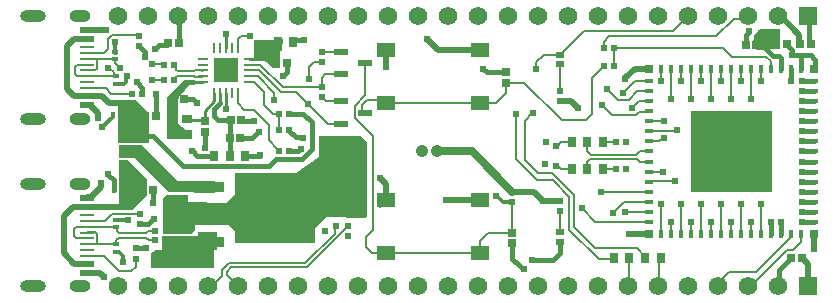
<source format=gtl>
G04*
G04 #@! TF.GenerationSoftware,Altium Limited,Altium Designer,24.5.2 (23)*
G04*
G04 Layer_Physical_Order=1*
G04 Layer_Color=255*
%FSLAX25Y25*%
%MOIN*%
G70*
G04*
G04 #@! TF.SameCoordinates,6FD9FAEC-A83E-4B3B-B3E8-2A74EE2DE8EE*
G04*
G04*
G04 #@! TF.FilePolarity,Positive*
G04*
G01*
G75*
%ADD11C,0.00600*%
G04:AMPARAMS|DCode=15|XSize=23.23mil|YSize=24.02mil|CornerRadius=1.74mil|HoleSize=0mil|Usage=FLASHONLY|Rotation=270.000|XOffset=0mil|YOffset=0mil|HoleType=Round|Shape=RoundedRectangle|*
%AMROUNDEDRECTD15*
21,1,0.02323,0.02053,0,0,270.0*
21,1,0.01974,0.02402,0,0,270.0*
1,1,0.00348,-0.01027,-0.00987*
1,1,0.00348,-0.01027,0.00987*
1,1,0.00348,0.01027,0.00987*
1,1,0.00348,0.01027,-0.00987*
%
%ADD15ROUNDEDRECTD15*%
%ADD16R,0.08465X0.03740*%
%ADD17R,0.08465X0.12795*%
%ADD18R,0.08100X0.08100*%
%ADD19R,0.03600X0.01000*%
%ADD20R,0.01000X0.03600*%
%ADD21R,0.04724X0.04724*%
%ADD22R,0.03150X0.01575*%
%ADD23R,0.01575X0.03150*%
%ADD24R,0.03150X0.03150*%
%ADD25R,0.06100X0.05100*%
%ADD26R,0.02756X0.03543*%
%ADD27R,0.02362X0.02126*%
%ADD28R,0.02126X0.02362*%
%ADD29R,0.03543X0.02756*%
%ADD30R,0.04800X0.02200*%
%ADD31R,0.04528X0.01073*%
%ADD32R,0.04528X0.02223*%
%ADD33R,0.02400X0.01600*%
%ADD34R,0.01600X0.02400*%
G04:AMPARAMS|DCode=35|XSize=25.2mil|YSize=28.35mil|CornerRadius=3.15mil|HoleSize=0mil|Usage=FLASHONLY|Rotation=270.000|XOffset=0mil|YOffset=0mil|HoleType=Round|Shape=RoundedRectangle|*
%AMROUNDEDRECTD35*
21,1,0.02520,0.02205,0,0,270.0*
21,1,0.01890,0.02835,0,0,270.0*
1,1,0.00630,-0.01102,-0.00945*
1,1,0.00630,-0.01102,0.00945*
1,1,0.00630,0.01102,0.00945*
1,1,0.00630,0.01102,-0.00945*
%
%ADD35ROUNDEDRECTD35*%
G04:AMPARAMS|DCode=36|XSize=25.2mil|YSize=28.35mil|CornerRadius=3.15mil|HoleSize=0mil|Usage=FLASHONLY|Rotation=180.000|XOffset=0mil|YOffset=0mil|HoleType=Round|Shape=RoundedRectangle|*
%AMROUNDEDRECTD36*
21,1,0.02520,0.02205,0,0,180.0*
21,1,0.01890,0.02835,0,0,180.0*
1,1,0.00630,-0.00945,0.01102*
1,1,0.00630,0.00945,0.01102*
1,1,0.00630,0.00945,-0.01102*
1,1,0.00630,-0.00945,-0.01102*
%
%ADD36ROUNDEDRECTD36*%
%ADD52C,0.04200*%
%ADD55R,0.06200X0.06200*%
%ADD56C,0.06200*%
%ADD57R,0.01575X0.01575*%
%ADD58C,0.01500*%
%ADD59C,0.02000*%
%ADD60C,0.00603*%
%ADD61C,0.01200*%
%ADD62C,0.01001*%
%ADD63C,0.02500*%
%ADD64O,0.08661X0.03937*%
%ADD65O,0.07087X0.03937*%
%ADD66C,0.02400*%
G36*
X255800Y89100D02*
Y84000D01*
X246400D01*
Y86800D01*
X247000Y87200D01*
Y88700D01*
X249200Y90900D01*
X255800D01*
Y89100D01*
D02*
G37*
G36*
X89800Y83500D02*
X89200D01*
Y79400D01*
Y77956D01*
X86714D01*
X84600Y79700D01*
X84000Y80300D01*
X80500D01*
Y86100D01*
Y87100D01*
X87000D01*
Y88297D01*
X89800D01*
Y83500D01*
D02*
G37*
G36*
X60063Y72200D02*
X58600D01*
X55731Y69331D01*
X55628Y69262D01*
X55559Y69159D01*
X55200Y68800D01*
Y59700D01*
Y59200D01*
X57300Y57100D01*
X59800D01*
Y54300D01*
X51400Y54300D01*
X51400Y68000D01*
X57300Y73900D01*
X60063Y73900D01*
Y72200D01*
D02*
G37*
G36*
X45500Y62900D02*
Y52900D01*
X35041D01*
X35000Y53000D01*
Y67300D01*
X41100D01*
X45500Y62900D01*
D02*
G37*
G36*
X253000Y36500D02*
X226200D01*
Y63400D01*
X253000D01*
Y36500D01*
D02*
G37*
G36*
X54600Y40400D02*
X54900Y40100D01*
X55033Y40000D01*
X67300D01*
Y36100D01*
X60600D01*
X60200Y36500D01*
X52100D01*
X40700Y47900D01*
X35300D01*
Y52100D01*
X42900D01*
X54600Y40400D01*
D02*
G37*
G36*
X118100Y52900D02*
X118100Y28377D01*
X117674Y27954D01*
X104544Y28044D01*
X100838Y24338D01*
Y19338D01*
X74000D01*
Y23600D01*
X72100Y25500D01*
X60700Y25500D01*
Y23900D01*
X59400Y22600D01*
X50000D01*
Y34580D01*
X51372Y35600D01*
X58500D01*
Y33000D01*
X71260Y32983D01*
X74000Y35800D01*
Y42700D01*
X94591D01*
X102000Y48007D01*
X102000Y55000D01*
X116000D01*
X118100Y52900D01*
D02*
G37*
G36*
X44600Y40900D02*
Y35130D01*
X39677Y30345D01*
X35300D01*
Y47100D01*
X38400D01*
X44600Y40900D01*
D02*
G37*
G36*
X68000Y21800D02*
Y17000D01*
X67000D01*
Y11000D01*
X46000D01*
Y16042D01*
X47649Y17200D01*
X49800D01*
Y21700D01*
X61791D01*
Y23100D01*
X68000D01*
Y21800D01*
D02*
G37*
D11*
X103000Y83201D02*
X109470D01*
X98700Y74100D02*
Y78200D01*
X100299Y79799D01*
X194200Y17700D02*
X208035D01*
X210841Y14500D02*
Y14894D01*
X208035Y17700D02*
X210841Y14894D01*
X247729Y9800D02*
X259583Y21654D01*
X235000Y6100D02*
X238700Y9800D01*
X235000Y5000D02*
Y6100D01*
X238700Y9800D02*
X247729D01*
X259583Y21654D02*
Y22441D01*
X83700Y65506D02*
X86761Y62444D01*
X80537Y73063D02*
X83700Y69900D01*
Y65506D02*
Y69900D01*
X86761Y62444D02*
X88751D01*
X85326Y53773D02*
Y58674D01*
X88236Y50563D02*
X88799Y50000D01*
X85326Y53773D02*
X88236Y50863D01*
Y50563D02*
Y50863D01*
X80274Y63726D02*
X85326Y58674D01*
X78650Y73063D02*
X80537D01*
X245987Y5000D02*
X258004Y17017D01*
X245000Y5000D02*
X245987D01*
X258004Y17017D02*
X260017D01*
X183000Y60500D02*
X191000D01*
X170582Y72918D02*
X183000Y60500D01*
X164500Y72918D02*
X170582D01*
X167600Y47500D02*
X174700Y40400D01*
X167600Y47500D02*
Y62500D01*
X173100Y62800D02*
X173300D01*
X170600Y60300D02*
X173100Y62800D01*
X170600Y47300D02*
X175100Y42800D01*
X170600Y47300D02*
Y60300D01*
X179900Y42800D02*
X187100Y35600D01*
Y24800D02*
Y35600D01*
X175100Y42800D02*
X179900D01*
X180000Y40400D02*
X185500Y34900D01*
Y23950D02*
Y34900D01*
X174700Y40400D02*
X180000D01*
X185500Y23950D02*
X195450Y14000D01*
X187100Y24800D02*
X194200Y17700D01*
X198100Y70900D02*
X201800Y67200D01*
X205269D01*
X174500Y77500D02*
Y79700D01*
X177068Y82268D02*
X182500D01*
X174500Y79700D02*
X177068Y82268D01*
X196500Y65500D02*
X199800Y62200D01*
X208732Y66732D02*
X211945D01*
X206500Y64500D02*
X208732Y66732D01*
X94449Y69851D02*
X105090Y59210D01*
X109480D01*
X87132Y67368D02*
X87200Y67300D01*
X87132Y67368D02*
Y69631D01*
X81731Y75032D02*
X87132Y69631D01*
X74937Y87437D02*
X76100Y88600D01*
X79000D01*
X222772Y73543D02*
Y77559D01*
X196107Y36507D02*
X211838D01*
X196000Y36400D02*
X196107Y36507D01*
X211838D02*
X211945Y36614D01*
X260017Y17017D02*
X262929Y19929D01*
Y22441D01*
X117800Y18000D02*
Y21500D01*
X119658Y16142D02*
X124350D01*
X117800Y18000D02*
X119658Y16142D01*
X124350D02*
X155650D01*
X117800Y21500D02*
X120200Y23900D01*
Y55000D01*
X114000Y61200D02*
Y65263D01*
Y61200D02*
X120200Y55000D01*
X32800Y69300D02*
X39799D01*
X30998Y71102D02*
X32800Y69300D01*
X78650Y78969D02*
X82494D01*
X90012Y71451D01*
X103000D01*
X82200Y77000D02*
X89349Y69851D01*
X78650Y77000D02*
X82200D01*
X89349Y69851D02*
X94449D01*
X78650Y75032D02*
X81731D01*
X166500Y22882D02*
Y33099D01*
X189600Y31200D02*
X194225Y26575D01*
X211945D01*
X182500Y23134D02*
Y30057D01*
X200451Y84500D02*
X236900D01*
X251160Y81540D02*
X252602Y80098D01*
X236900Y84500D02*
X239860Y81540D01*
X251160D01*
X252602Y77846D02*
Y80098D01*
Y77846D02*
X252890Y77559D01*
X24764Y71102D02*
X30998D01*
X31700Y87453D02*
X33047Y88800D01*
X30413Y82913D02*
X31700Y84200D01*
Y87453D01*
X41700Y88800D02*
X42000Y88500D01*
X33047Y88800D02*
X41700D01*
X24764Y82913D02*
X30413D01*
X39500Y10000D02*
X41000Y11500D01*
Y13799D01*
X211945Y39961D02*
X212015Y40030D01*
X220830D01*
X220900Y40100D01*
X199563Y14000D02*
X200441Y14878D01*
Y14894D01*
X195450Y14000D02*
X199563D01*
X211945Y53347D02*
X215468D01*
X216621Y54500D01*
X217000D01*
X35573Y10000D02*
X39500D01*
X30455Y15118D02*
X35573Y10000D01*
X24764Y15118D02*
X30455D01*
X32994Y29300D02*
X42401D01*
X42500Y29201D01*
X30623Y26929D02*
X32994Y29300D01*
X24764Y26929D02*
X30623D01*
X158382Y22882D02*
X166500D01*
X155650Y20150D02*
X158382Y22882D01*
X155650Y16142D02*
Y20150D01*
X114000Y65263D02*
X117520Y68783D01*
Y79450D01*
X191000Y60500D02*
X193000Y62500D01*
X164500Y69500D02*
Y72000D01*
Y72918D01*
X193000Y62500D02*
Y74333D01*
X197049Y78382D02*
Y78500D01*
X193000Y74333D02*
X197049Y78382D01*
X161142Y66142D02*
X164500Y69500D01*
X155650Y66142D02*
X161142D01*
X124350D02*
X155650D01*
X123492Y67000D02*
X124350Y66142D01*
X118000Y67000D02*
X123492D01*
X116500Y65500D02*
X118000Y67000D01*
X117099Y62950D02*
X117520D01*
X116500Y63550D02*
X117099Y62950D01*
X116500Y63550D02*
Y65500D01*
X100299Y79799D02*
X103000D01*
X104477Y66690D02*
X109480D01*
X103118Y68049D02*
X104477Y66690D01*
X103000Y68049D02*
X103118D01*
X103000Y74500D02*
X104210Y75710D01*
X109480D01*
X103000Y71451D02*
Y74500D01*
X200451Y78500D02*
Y84500D01*
X197095Y84546D02*
Y86595D01*
X197049Y84500D02*
X197095Y84546D01*
Y86595D02*
X198900Y88400D01*
X234500D01*
X244300Y94300D02*
X245000Y95000D01*
X234500Y88400D02*
X240400Y94300D01*
X244300D01*
X211965Y60020D02*
X216980D01*
X74937Y84650D02*
Y87437D01*
X77226Y63726D02*
X80274D01*
X74937Y66015D02*
X77226Y63726D01*
X74937Y66015D02*
Y69350D01*
X88803Y57004D02*
Y62496D01*
X88799Y57000D02*
X88803Y57004D01*
Y62496D02*
X88807Y62500D01*
X215554Y5554D02*
Y14045D01*
X216109Y14600D01*
X215000Y5000D02*
X215554Y5554D01*
X205000Y5000D02*
X205279Y5280D01*
Y14220D02*
X205559Y14500D01*
X205279Y5280D02*
Y14220D01*
X182500Y82268D02*
X182539D01*
X212098Y56846D02*
X221346D01*
X211945Y56693D02*
X212098Y56846D01*
X221346D02*
X221500Y57000D01*
X211945Y60039D02*
X211965Y60020D01*
X199800Y62200D02*
X207759D01*
X208870Y63311D01*
X211870D02*
X211945Y63386D01*
X208870Y63311D02*
X211870D01*
X205269Y67200D02*
X208148Y70079D01*
X211945D01*
X203500Y69500D02*
X207425Y73425D01*
X211945D01*
X220000Y90000D02*
X225000Y95000D01*
X190272Y90000D02*
X220000D01*
X182539Y82268D02*
X190272Y90000D01*
X182500Y70193D02*
Y79000D01*
X200026Y29500D02*
X203794Y33268D01*
X200000Y29500D02*
X200026D01*
X204079Y29921D02*
X211945D01*
X216693Y43307D02*
X217000Y43000D01*
X211945Y43307D02*
X216693D01*
X203794Y33268D02*
X211945D01*
X246197Y67504D02*
Y77559D01*
X216079Y73543D02*
Y77559D01*
Y22441D02*
Y32496D01*
X249543Y22441D02*
Y32496D01*
X246197Y22441D02*
Y26457D01*
X242850Y22441D02*
Y32496D01*
X239504Y22441D02*
Y26457D01*
X236157Y22441D02*
Y32496D01*
X232811Y22441D02*
Y26457D01*
X229465Y22441D02*
Y32496D01*
X226118Y22441D02*
Y26457D01*
X222772Y22441D02*
Y32496D01*
X219425Y22441D02*
Y26457D01*
Y67504D02*
Y77559D01*
X229465Y73543D02*
Y77559D01*
X226118Y67504D02*
Y77559D01*
X236157Y73543D02*
Y77559D01*
X232811Y67504D02*
Y77559D01*
X239504Y67504D02*
Y77559D01*
X239500Y67500D02*
X239504Y67504D01*
X242850Y73543D02*
Y77559D01*
X249543Y73543D02*
Y77559D01*
X249500Y73500D02*
X249543Y73543D01*
D15*
X182500Y79000D02*
D03*
Y82268D02*
D03*
Y23134D02*
D03*
Y19866D02*
D03*
D16*
X66583Y38055D02*
D03*
Y29000D02*
D03*
Y19945D02*
D03*
D17*
X89417Y29000D02*
D03*
D18*
X71000Y77000D02*
D03*
D19*
X78650Y80937D02*
D03*
Y78969D02*
D03*
Y77000D02*
D03*
Y75032D02*
D03*
Y73063D02*
D03*
X63350D02*
D03*
Y75032D02*
D03*
Y77000D02*
D03*
Y78969D02*
D03*
Y80937D02*
D03*
D20*
X74937Y69350D02*
D03*
X72969D02*
D03*
X71000D02*
D03*
X69032D02*
D03*
X67063D02*
D03*
Y84650D02*
D03*
X69032D02*
D03*
X71000D02*
D03*
X72969D02*
D03*
X74937D02*
D03*
D21*
X239504Y56496D02*
D03*
X233008D02*
D03*
Y50000D02*
D03*
Y43504D02*
D03*
X239504D02*
D03*
X246000D02*
D03*
Y50000D02*
D03*
X239504D02*
D03*
D22*
X267063Y73425D02*
D03*
Y70079D02*
D03*
Y66732D02*
D03*
Y63386D02*
D03*
Y60039D02*
D03*
Y56693D02*
D03*
Y53347D02*
D03*
Y50000D02*
D03*
Y46654D02*
D03*
Y43307D02*
D03*
Y39961D02*
D03*
Y36614D02*
D03*
Y33268D02*
D03*
Y29921D02*
D03*
Y26575D02*
D03*
X211945D02*
D03*
Y29921D02*
D03*
Y33268D02*
D03*
Y36614D02*
D03*
Y39961D02*
D03*
Y43307D02*
D03*
Y46654D02*
D03*
Y50000D02*
D03*
Y53347D02*
D03*
Y56693D02*
D03*
Y60039D02*
D03*
Y63386D02*
D03*
Y66732D02*
D03*
Y70079D02*
D03*
Y73425D02*
D03*
D23*
X262929Y22441D02*
D03*
X259583D02*
D03*
X256236D02*
D03*
X252890D02*
D03*
X249543D02*
D03*
X246197D02*
D03*
X242850D02*
D03*
X239504D02*
D03*
X236157D02*
D03*
X232811D02*
D03*
X229465D02*
D03*
X226118D02*
D03*
X222772D02*
D03*
X219425D02*
D03*
X216079D02*
D03*
Y77559D02*
D03*
X219425D02*
D03*
X222772D02*
D03*
X226118D02*
D03*
X229465D02*
D03*
X232811D02*
D03*
X236157D02*
D03*
X239504D02*
D03*
X242850D02*
D03*
X246197D02*
D03*
X249543D02*
D03*
X252890D02*
D03*
X256236D02*
D03*
X259583D02*
D03*
X262929D02*
D03*
D24*
X211945Y22441D02*
D03*
X267063D02*
D03*
X211945Y77559D02*
D03*
X267063D02*
D03*
D25*
X124350Y83858D02*
D03*
X155650D02*
D03*
X124350Y66142D02*
D03*
X155650D02*
D03*
X124350Y33858D02*
D03*
X155650D02*
D03*
X124350Y16142D02*
D03*
X155650D02*
D03*
D26*
X191500Y44100D02*
D03*
X196618D02*
D03*
X191482Y53000D02*
D03*
X196600D02*
D03*
X191500Y44100D02*
D03*
X186382D02*
D03*
X191482Y53000D02*
D03*
X186364D02*
D03*
X210841Y14500D02*
D03*
X215959D02*
D03*
X200441D02*
D03*
X205559D02*
D03*
X77436Y48600D02*
D03*
X72318D02*
D03*
X67200D02*
D03*
X72318D02*
D03*
X93559Y86500D02*
D03*
X88441D02*
D03*
D27*
X166500Y33099D02*
D03*
Y36501D02*
D03*
X103000Y68049D02*
D03*
Y71451D02*
D03*
Y83201D02*
D03*
Y79799D02*
D03*
X42500Y25799D02*
D03*
Y29201D02*
D03*
X41000Y17701D02*
D03*
Y14299D02*
D03*
X42000Y85098D02*
D03*
Y88500D02*
D03*
X182500Y70193D02*
D03*
Y66807D02*
D03*
Y30057D02*
D03*
Y33443D02*
D03*
D28*
X200451Y78500D02*
D03*
X197049D02*
D03*
X200451Y84500D02*
D03*
X197049D02*
D03*
X43201Y69300D02*
D03*
X39799D02*
D03*
X53701Y73800D02*
D03*
X50299D02*
D03*
X53701Y78800D02*
D03*
X50299D02*
D03*
X88799Y50000D02*
D03*
X92201D02*
D03*
Y57000D02*
D03*
X88799D02*
D03*
X88807Y62500D02*
D03*
X92193D02*
D03*
D29*
X58000Y60809D02*
D03*
Y55691D02*
D03*
D30*
X109480Y66690D02*
D03*
Y59210D02*
D03*
X117520Y62950D02*
D03*
X109480Y83190D02*
D03*
Y75710D02*
D03*
X117520Y79450D02*
D03*
D31*
X24764Y28898D02*
D03*
Y15118D02*
D03*
Y17087D02*
D03*
Y26929D02*
D03*
Y24961D02*
D03*
Y19055D02*
D03*
Y21024D02*
D03*
Y22992D02*
D03*
Y84882D02*
D03*
Y71102D02*
D03*
Y73071D02*
D03*
Y82913D02*
D03*
Y80945D02*
D03*
Y75039D02*
D03*
Y77008D02*
D03*
Y78976D02*
D03*
D32*
Y34606D02*
D03*
Y31457D02*
D03*
Y12559D02*
D03*
Y9409D02*
D03*
Y90591D02*
D03*
Y87441D02*
D03*
Y68543D02*
D03*
Y65394D02*
D03*
D33*
X34500Y19100D02*
D03*
Y16600D02*
D03*
Y24750D02*
D03*
Y27250D02*
D03*
Y75000D02*
D03*
Y72500D02*
D03*
X34000Y80750D02*
D03*
Y83250D02*
D03*
D34*
X36150Y37000D02*
D03*
X33650D02*
D03*
X35850Y62000D02*
D03*
X33350D02*
D03*
D35*
X164500Y76382D02*
D03*
Y72918D02*
D03*
X166500Y19418D02*
D03*
Y22882D02*
D03*
X56000Y34268D02*
D03*
Y37732D02*
D03*
X51500Y23882D02*
D03*
Y20418D02*
D03*
X58000Y23882D02*
D03*
Y20418D02*
D03*
X64000Y56618D02*
D03*
Y60082D02*
D03*
D36*
X257932Y85800D02*
D03*
X254468D02*
D03*
X265932D02*
D03*
X262468D02*
D03*
X46732Y37000D02*
D03*
X43268D02*
D03*
X51918Y86000D02*
D03*
X55382D02*
D03*
X91332Y79400D02*
D03*
X87868D02*
D03*
X57232Y67500D02*
D03*
X53768D02*
D03*
X75732Y54500D02*
D03*
X72268D02*
D03*
X76232Y60500D02*
D03*
X72768D02*
D03*
X259535Y14500D02*
D03*
X263000D02*
D03*
X244268Y85500D02*
D03*
X247732D02*
D03*
X47632Y61700D02*
D03*
X44168D02*
D03*
D52*
X141500Y50000D02*
D03*
X136500D02*
D03*
X37500Y55000D02*
D03*
Y50000D02*
D03*
Y45000D02*
D03*
D55*
X265000Y5000D02*
D03*
Y95000D02*
D03*
D56*
X35000Y5000D02*
D03*
X45000D02*
D03*
X55000D02*
D03*
X65000D02*
D03*
X75000D02*
D03*
X85000D02*
D03*
X95000D02*
D03*
X105000D02*
D03*
X115000D02*
D03*
X125000D02*
D03*
X135000D02*
D03*
X145000D02*
D03*
X155000D02*
D03*
X165000D02*
D03*
X175000D02*
D03*
X185000D02*
D03*
X195000D02*
D03*
X205000D02*
D03*
X215000D02*
D03*
X225000D02*
D03*
X235000D02*
D03*
X245000D02*
D03*
X255000D02*
D03*
X35000Y95000D02*
D03*
X45000D02*
D03*
X55000D02*
D03*
X65000D02*
D03*
X75000D02*
D03*
X85000D02*
D03*
X95000D02*
D03*
X105000D02*
D03*
X115000D02*
D03*
X125000D02*
D03*
X135000D02*
D03*
X145000D02*
D03*
X155000D02*
D03*
X165000D02*
D03*
X175000D02*
D03*
X185000D02*
D03*
X195000D02*
D03*
X205000D02*
D03*
X215000D02*
D03*
X225000D02*
D03*
X235000D02*
D03*
X245000D02*
D03*
X255000D02*
D03*
D57*
X246000Y56496D02*
D03*
D58*
X90000Y75000D02*
X91332Y76332D01*
Y79400D01*
X94059Y87000D02*
X97000D01*
X93559Y86500D02*
X94059Y87000D01*
X88941Y86500D02*
Y87000D01*
X83000Y85500D02*
X83172Y85672D01*
X88441Y86300D02*
Y86500D01*
X83172Y85672D02*
X87813D01*
X88441Y86300D01*
X87868Y80990D02*
Y85033D01*
Y79400D02*
Y80990D01*
X84490D02*
X87868D01*
X47600Y69100D02*
X47716Y68984D01*
Y62367D02*
Y68984D01*
X47632Y62283D02*
X47716Y62367D01*
X47632Y61700D02*
Y62283D01*
X94411Y54672D02*
X96628D01*
X92201Y56882D02*
Y57000D01*
Y56882D02*
X94411Y54672D01*
X96628D02*
X96800Y54500D01*
X64100Y51300D02*
X64200Y51200D01*
X64000Y56618D02*
X64100Y56518D01*
Y51300D02*
Y56518D01*
X75732Y54500D02*
X76142D01*
X76242Y54600D01*
X79756D01*
X81757Y56600D01*
X82000D01*
X76232Y60500D02*
X76560Y60172D01*
X80228D01*
X80400Y60000D01*
X158061Y76382D02*
X164500D01*
X156843Y77600D02*
X158061Y76382D01*
X156600Y77600D02*
X156843D01*
X182500Y16200D02*
Y19866D01*
X180200Y13900D02*
X182500Y16200D01*
X173100Y13900D02*
X180200D01*
X170056Y10900D02*
X170300D01*
X166500Y14200D02*
X167561Y13139D01*
X167817D02*
X170056Y10900D01*
X167561Y13139D02*
X167817D01*
X166500Y14200D02*
Y19418D01*
X72268Y54500D02*
Y60000D01*
X72768Y60500D01*
X46732Y37000D02*
X46766Y36966D01*
Y32934D02*
Y36966D01*
Y32934D02*
X46800Y32900D01*
X99700Y50800D02*
Y59700D01*
X96369Y47469D02*
X97050Y48150D01*
X97056D02*
X98550Y49644D01*
Y49650D01*
X87669Y47469D02*
X96369D01*
X98550Y49650D02*
X99700Y50800D01*
X97050Y48150D02*
X97056D01*
X96900Y62500D02*
X99700Y59700D01*
X95056Y50000D02*
X95757Y50700D01*
X96000D01*
X92201Y50000D02*
X95056D01*
X56800Y45100D02*
X85300D01*
X87669Y47469D01*
X33650Y37000D02*
Y40507D01*
X31900Y42257D02*
X33650Y40507D01*
X31900Y42257D02*
Y42500D01*
X53768Y67500D02*
X54000Y67268D01*
Y59100D02*
Y67268D01*
X248242Y87999D02*
X249500Y89257D01*
Y89500D01*
X248242Y84833D02*
Y87999D01*
X256199Y77596D02*
Y81043D01*
X250567Y84833D02*
X253479Y81921D01*
X255320D01*
X256199Y81043D01*
X248242Y84833D02*
X250567D01*
X254534Y89634D02*
X254600Y89700D01*
X254534Y85866D02*
Y89634D01*
X254468Y85800D02*
X254534Y85866D01*
X256199Y77596D02*
X256236Y77559D01*
X259627Y82172D02*
Y83948D01*
X257932Y85642D02*
Y85800D01*
Y85642D02*
X259627Y83948D01*
Y82172D02*
X259799Y82000D01*
X257422Y86310D02*
X257932Y85800D01*
X259799Y82000D02*
X263000D01*
X265466Y86266D02*
Y94534D01*
Y86266D02*
X265932Y85800D01*
X265000Y95000D02*
X265466Y94534D01*
X244268Y88724D02*
X245300Y89757D01*
Y90000D01*
X244268Y85500D02*
Y88724D01*
X44300Y17700D02*
X44300Y17700D01*
X41000Y17701D02*
X41000Y17700D01*
X44300D01*
X54000Y59100D02*
X54197D01*
X57606Y55691D01*
X53734Y67466D02*
X54278Y68010D01*
X34000Y83250D02*
X34200D01*
X57606Y55691D02*
X58000D01*
X60144Y50000D02*
X61544Y48600D01*
X59900Y50000D02*
X60144D01*
X61544Y48600D02*
X67200D01*
X37500Y55000D02*
X46900D01*
X56800Y45100D01*
X82450Y48650D02*
X82500Y48700D01*
X77436Y48600D02*
X77486Y48650D01*
X82450D01*
X72293Y48625D02*
Y54475D01*
X72268Y54500D02*
X72293Y54475D01*
Y48625D02*
X72318Y48600D01*
X68379Y60500D02*
X72768D01*
X67000Y61879D02*
X68379Y60500D01*
X92193Y62500D02*
X96900D01*
X24764Y65394D02*
X25866D01*
X43969Y81531D02*
Y83247D01*
X42118Y85098D02*
X43969Y83247D01*
X41500Y73000D02*
X43201Y71299D01*
Y69000D02*
Y71299D01*
X45099Y25799D02*
X46800Y27500D01*
X47000D01*
X42500Y25799D02*
X45099D01*
X48833Y85333D02*
X51408D01*
X47500Y84000D02*
X48833Y85333D01*
X51918Y85843D02*
Y86000D01*
X51408Y85333D02*
X51918Y85843D01*
X55382Y86000D02*
Y94618D01*
X55000Y95000D02*
X55382Y94618D01*
X60000Y67500D02*
X61500Y66000D01*
X57232Y67500D02*
X60000D01*
X54278Y68010D02*
Y68947D01*
X58393Y73063D01*
X60063D01*
X67000Y61879D02*
Y64000D01*
X69000Y66000D01*
X267000Y17500D02*
X267063Y17563D01*
X255543Y10350D02*
X259535Y14343D01*
Y14500D01*
X255000Y5000D02*
X255543Y5543D01*
Y10350D01*
X262929Y77559D02*
Y81929D01*
X263000Y82000D02*
X266000D01*
X262929Y81929D02*
X263000Y82000D01*
X267063Y77559D02*
X267495Y77991D01*
Y80505D01*
X266000Y82000D02*
X267495Y80505D01*
X265000Y93728D02*
Y95000D01*
X259583Y73543D02*
Y77559D01*
X263047Y73425D02*
X267063D01*
X263047Y70079D02*
X267063D01*
X263047Y66732D02*
X267063D01*
X263047Y63386D02*
X267063D01*
X263047Y60039D02*
X267063D01*
X263047Y56693D02*
X267063D01*
X263047Y53347D02*
X267063D01*
X263047Y50000D02*
X267063D01*
X263047Y46654D02*
X267063D01*
X263047Y43307D02*
X267063D01*
X263047Y39961D02*
X267063D01*
X263047Y36614D02*
X267063D01*
X263047Y33268D02*
X267063D01*
X263047Y29921D02*
X267063D01*
X263047Y26575D02*
X267063D01*
X256236Y22441D02*
Y26457D01*
X252890Y22441D02*
Y26457D01*
D59*
X188402Y64500D02*
X188500D01*
X186158Y66744D02*
X188402Y64500D01*
X182563Y66744D02*
X186158D01*
X182500Y66807D02*
X182563Y66744D01*
X37457Y31457D02*
X39500Y33500D01*
X227502Y50002D02*
X233006D01*
X173899Y36501D02*
X176900Y33500D01*
X166500Y36501D02*
X173899D01*
X176928Y33472D02*
X182472D01*
X182500Y33443D01*
X176900Y33500D02*
X176928Y33472D01*
X144400Y33800D02*
X144458Y33858D01*
X155650D01*
X256000Y95000D02*
X262208Y88792D01*
X255000Y95000D02*
X256000D01*
X262208Y86060D02*
Y88792D01*
Y86060D02*
X262468Y85800D01*
X60000Y29000D02*
X66583D01*
X56000D02*
X60000D01*
X40400Y58495D02*
Y61850D01*
X37992Y66300D02*
X40400Y63892D01*
Y61850D02*
Y63892D01*
X37500Y55595D02*
X40400Y58495D01*
X37500Y55000D02*
Y55595D01*
X20441Y68543D02*
X24764D01*
X32000Y66300D02*
X37992D01*
X24764Y68543D02*
X29757D01*
X32000Y66300D01*
X18000Y85000D02*
X20441Y87441D01*
X18000Y70984D02*
X20441Y68543D01*
X18000Y70984D02*
Y85000D01*
X17000Y28328D02*
X20128Y31457D01*
X17000Y16000D02*
Y28328D01*
Y16000D02*
X20441Y12559D01*
Y87441D02*
X24764D01*
Y90591D02*
X24809Y90545D01*
X30955D02*
X31000Y90500D01*
X24809Y90545D02*
X30955D01*
X28424Y61076D02*
Y62836D01*
X25866Y65394D02*
X28424Y62836D01*
Y61076D02*
X28500Y61000D01*
X227504Y50000D02*
X227504D01*
X227450Y56500D02*
X227500D01*
X227502Y56498D02*
X233006D01*
X233008Y56496D01*
X227500Y56500D02*
X227502Y56498D01*
X124050Y33858D02*
X124350D01*
X122500Y32308D02*
X124050Y33858D01*
X124350D02*
Y39150D01*
X24764Y31457D02*
X37457D01*
X39500Y33500D02*
Y36616D01*
X20128Y31457D02*
X24764D01*
X20441Y12559D02*
X24764D01*
Y34606D02*
X24925Y34768D01*
X26028D02*
X29423Y38164D01*
Y39423D02*
X29500Y39500D01*
X24925Y34768D02*
X26028D01*
X29423Y38164D02*
Y39423D01*
X24764Y9409D02*
X29091D01*
X30500Y8000D01*
X51500Y20418D02*
X58000D01*
X51500Y15000D02*
Y20418D01*
X58394Y20181D02*
X66346D01*
X66583Y19945D01*
X51500Y29000D02*
X56000D01*
Y34268D01*
X51500Y23882D02*
Y29000D01*
X58000Y23882D02*
Y27892D01*
X89417Y29000D02*
X92417Y32000D01*
X97000D01*
X122500Y41000D02*
X124350Y39150D01*
Y78258D02*
Y83858D01*
X138000Y87500D02*
X141642Y83858D01*
X155650D01*
X204000Y74000D02*
Y74108D01*
X204576Y74685D02*
Y74765D01*
X204000Y74108D02*
X204576Y74685D01*
Y74765D02*
X207370Y77559D01*
X211945D01*
X205500Y22500D02*
X205559Y22441D01*
X211945D01*
X267063Y17563D02*
Y22441D01*
X265000Y5000D02*
Y12342D01*
X263000Y14343D02*
X265000Y12342D01*
X263000Y14343D02*
Y14500D01*
X246000Y56496D02*
X251504D01*
X239504D02*
Y62000D01*
X246000Y50000D02*
X251504D01*
X246000Y43504D02*
X251504D01*
X239504Y38000D02*
Y43504D01*
X227504D02*
X233008D01*
D60*
X54459Y77241D02*
Y78042D01*
Y77241D02*
X54983Y76717D01*
X53701Y78800D02*
X54459Y78042D01*
X54983Y76717D02*
X60317D01*
X97516Y12800D02*
X107350Y22634D01*
X69900Y10500D02*
X72200Y12800D01*
X71303Y9919D02*
X72781Y11397D01*
X98097D02*
X111900Y25200D01*
X72200Y12800D02*
X97516D01*
X72781Y11397D02*
X98097D01*
X71303Y8697D02*
Y9919D01*
X69900Y8400D02*
Y10500D01*
X66500Y5000D02*
X69900Y8400D01*
X71303Y8697D02*
X75000Y5000D01*
X107350Y22634D02*
Y24950D01*
X107600Y25200D01*
X21361Y78976D02*
X24764D01*
X20600Y75800D02*
X21361Y75039D01*
X24764D01*
X20600Y78216D02*
X21361Y78976D01*
X20600Y75800D02*
Y78216D01*
X33825Y75000D02*
Y75020D01*
X27999Y19086D02*
Y22563D01*
X27553Y23010D02*
X27999Y22563D01*
X24781Y23010D02*
X27553D01*
X24764Y22992D02*
X24781Y23010D01*
X24786Y19078D02*
X34478D01*
X33825Y75020D02*
Y76350D01*
Y75020D02*
X34480D01*
X24783D02*
X33825D01*
X34480D02*
X34500Y75000D01*
X24764Y75039D02*
X24783Y75020D01*
X32226Y77949D02*
X33825Y76350D01*
X28000Y80847D02*
X33903D01*
X24861D02*
X28000D01*
Y77500D02*
Y80847D01*
X27500Y77000D02*
X28000Y77500D01*
X24764Y77008D02*
X24772Y77000D01*
X27500D01*
X34000Y80750D02*
X34001Y80749D01*
X33903Y80847D02*
X34000Y80750D01*
X24764Y80945D02*
X24861Y80847D01*
X20400Y21784D02*
Y24200D01*
Y21784D02*
X21161Y21024D01*
X24764D01*
X21161Y24961D02*
X24764D01*
X20400Y24200D02*
X21161Y24961D01*
X34001Y79399D02*
X35600Y77800D01*
X34001Y79399D02*
Y80749D01*
X35600Y77800D02*
X35900D01*
X46500Y73800D02*
X50299D01*
X46300Y79000D02*
X50099D01*
X50299Y78800D01*
X55215Y75314D02*
X60386D01*
X60800Y74900D01*
X63218D01*
X63350Y75032D01*
X60317Y76717D02*
X60600Y77000D01*
X63350D01*
X63152Y76802D02*
X63350Y77000D01*
X54580Y74680D02*
X55215Y75314D01*
X53701Y73800D02*
Y73918D01*
X54462Y74680D01*
X54580D01*
X63152Y75230D02*
X63350Y75032D01*
X24869Y24855D02*
X34395D01*
X34500Y24750D01*
X24764Y24961D02*
X24869Y24855D01*
X24764Y19055D02*
X24786Y19078D01*
X34478D02*
X34500Y19100D01*
X35297Y21297D02*
X44403D01*
X34500Y20500D02*
X35297Y21297D01*
X34500Y19100D02*
Y20500D01*
X35300Y22700D02*
X44300D01*
X34500Y24750D02*
X34601Y24649D01*
Y23399D02*
Y24649D01*
Y23399D02*
X35300Y22700D01*
X44403Y21297D02*
X45275Y20425D01*
X44300Y22700D02*
X45225Y23625D01*
X47300D01*
X45275Y20425D02*
X47300D01*
X181704Y45300D02*
X182904Y44100D01*
X186382D01*
X182886Y53000D02*
X186364D01*
X181686Y51800D02*
X182886Y53000D01*
X181200Y51800D02*
X181686D01*
X208225Y47400D02*
X208972Y46654D01*
X209609D02*
X211945D01*
X207775Y48803D02*
X208972Y50000D01*
X191500Y46625D02*
X192275Y47400D01*
X208972Y46654D02*
X209609D01*
X192275Y47400D02*
X208225D01*
X192725Y48803D02*
X207775D01*
X191482Y50046D02*
X192725Y48803D01*
X65000Y5000D02*
X66500D01*
X196718Y44000D02*
X201118D01*
X196600Y53000D02*
X201000D01*
X191482Y50046D02*
Y53000D01*
X196618Y44100D02*
X196718Y44000D01*
X208972Y50000D02*
X211945D01*
X191500Y44100D02*
Y46625D01*
D61*
X39116Y37000D02*
X39500Y36616D01*
X36150Y37000D02*
X39116D01*
X53565Y37935D02*
X55797D01*
X41608Y49892D02*
X53565Y37935D01*
X37608Y49892D02*
X41608D01*
X37500Y50000D02*
X37608Y49892D01*
X55797Y37935D02*
X56000Y37732D01*
X66260D01*
X161525Y35000D02*
X163426Y33099D01*
X161200Y35000D02*
X161525D01*
X163426Y33099D02*
X166500D01*
X34000Y83450D02*
X34200Y83250D01*
X66260Y37732D02*
X66583Y38055D01*
X35850Y62000D02*
X36000Y61850D01*
X40400D02*
X44018D01*
X36000D02*
X40400D01*
X44018D02*
X44168Y61700D01*
X29850Y58000D02*
Y58100D01*
X33350Y61600D02*
Y62000D01*
X29850Y58100D02*
X33350Y61600D01*
X37000Y72500D02*
X37770Y73270D01*
Y74770D01*
X38000Y75000D01*
X34500Y72500D02*
X37000D01*
X34000Y83450D02*
Y86500D01*
X34200Y83250D02*
X34400D01*
X43969Y81531D02*
X44000Y81500D01*
X42000Y85098D02*
X42118D01*
X34625Y27125D02*
X38375D01*
X34500Y27250D02*
X34625Y27125D01*
X38375D02*
X38500Y27000D01*
X39884Y37000D02*
X43268D01*
X43113Y37155D02*
Y39483D01*
X37596Y45000D02*
X43113Y39483D01*
Y37155D02*
X43268Y37000D01*
X36900Y13100D02*
Y15000D01*
X35100Y16400D02*
X35500D01*
X36900Y15000D01*
X34900Y16600D02*
X35100Y16400D01*
D62*
X78650Y80937D02*
X84437D01*
X71000Y84650D02*
Y89000D01*
X60063Y73063D02*
X63350D01*
X58363Y60446D02*
X63637D01*
X58000Y60809D02*
X58363Y60446D01*
X63637D02*
X64000Y60082D01*
Y63617D01*
X67062Y66680D02*
Y69349D01*
X67063Y69350D01*
X64000Y63617D02*
X67062Y66680D01*
X69032Y66031D02*
Y69350D01*
X69000Y66000D02*
X69032Y66031D01*
X69031Y69349D02*
X69032Y69350D01*
X71000Y64000D02*
Y69350D01*
D63*
X153001Y50000D02*
X166500Y36501D01*
X141500Y50000D02*
X153001D01*
D64*
X6752Y39016D02*
D03*
Y5000D02*
D03*
Y95000D02*
D03*
Y60984D02*
D03*
D65*
X22500Y39016D02*
D03*
Y5000D02*
D03*
Y95000D02*
D03*
Y60984D02*
D03*
D66*
X90000Y75000D02*
D03*
X97000Y87000D02*
D03*
X83000Y85500D02*
D03*
X167600Y62500D02*
D03*
X173300Y62800D02*
D03*
X47600Y69100D02*
D03*
X54000Y59100D02*
D03*
X96800Y54500D02*
D03*
X96000Y50700D02*
D03*
X64200Y51200D02*
D03*
X82000Y56600D02*
D03*
X80400Y60000D02*
D03*
X198100Y70900D02*
D03*
X156600Y77600D02*
D03*
X174500Y77500D02*
D03*
X188500Y64500D02*
D03*
X196500Y65500D02*
D03*
X170300Y10900D02*
D03*
X173100Y13900D02*
D03*
X219425Y26457D02*
D03*
X206500Y64500D02*
D03*
X87200Y67300D02*
D03*
X79000Y88600D02*
D03*
X222772Y73543D02*
D03*
X196000Y36400D02*
D03*
X46800Y32900D02*
D03*
X107600Y25200D02*
D03*
X111900D02*
D03*
X48000Y15000D02*
D03*
X249500Y89500D02*
D03*
X254600Y89700D02*
D03*
X161200Y35000D02*
D03*
X176900Y33500D02*
D03*
X189600Y31200D02*
D03*
X144400Y33800D02*
D03*
X245300Y90000D02*
D03*
X98700Y74100D02*
D03*
X98500Y65800D02*
D03*
X44300Y17700D02*
D03*
X71000Y64000D02*
D03*
X59900Y50000D02*
D03*
X82500Y48700D02*
D03*
X38000Y75000D02*
D03*
X34000Y86500D02*
D03*
X31000Y90500D02*
D03*
X28500Y61000D02*
D03*
X29850Y58000D02*
D03*
X44000Y81500D02*
D03*
X41500Y73000D02*
D03*
X31926Y77949D02*
D03*
X35900Y77800D02*
D03*
X46300Y73800D02*
D03*
Y79000D02*
D03*
X177600Y53200D02*
D03*
X177500Y45700D02*
D03*
X47300Y23625D02*
D03*
Y20425D02*
D03*
X38500Y27000D02*
D03*
X181218Y45300D02*
D03*
X181200Y51800D02*
D03*
X204500Y44100D02*
D03*
Y53000D02*
D03*
X220900Y40100D02*
D03*
X104100Y23500D02*
D03*
X111800Y21800D02*
D03*
X201118Y44000D02*
D03*
X201000Y53000D02*
D03*
X217000Y54500D02*
D03*
X31900Y42500D02*
D03*
X29500Y39500D02*
D03*
X47000Y27500D02*
D03*
X36900Y13100D02*
D03*
X30500Y8000D02*
D03*
X51500Y15000D02*
D03*
X58500D02*
D03*
X60000Y29000D02*
D03*
X56000D02*
D03*
X51500D02*
D03*
X97000Y32000D02*
D03*
X109000Y42000D02*
D03*
X97500D02*
D03*
X105000D02*
D03*
X113000D02*
D03*
X101500D02*
D03*
X109000Y37000D02*
D03*
X97500D02*
D03*
X105000D02*
D03*
X113000D02*
D03*
X101500D02*
D03*
Y32000D02*
D03*
X113000D02*
D03*
X105000D02*
D03*
X109000D02*
D03*
X122500Y41000D02*
D03*
X216980Y60020D02*
D03*
X73000Y75000D02*
D03*
X69000D02*
D03*
X73000Y79000D02*
D03*
X69000D02*
D03*
X71000Y89000D02*
D03*
X47500Y84000D02*
D03*
X61500Y66000D02*
D03*
X124350Y78258D02*
D03*
X138000Y87500D02*
D03*
X221500Y57000D02*
D03*
X203500Y69500D02*
D03*
X204000Y74000D02*
D03*
X200000Y29500D02*
D03*
X204079Y29921D02*
D03*
X216846Y43154D02*
D03*
X205559Y22441D02*
D03*
X267000Y17500D02*
D03*
X259799Y82000D02*
D03*
X242700Y53200D02*
D03*
Y46800D02*
D03*
X236300D02*
D03*
Y53200D02*
D03*
X251508Y56492D02*
D03*
X239508Y62004D02*
D03*
X251508Y49996D02*
D03*
Y43500D02*
D03*
X239500Y37996D02*
D03*
X227500Y43508D02*
D03*
Y50004D02*
D03*
Y56500D02*
D03*
X259583Y73543D02*
D03*
X263047Y73425D02*
D03*
Y70079D02*
D03*
Y66732D02*
D03*
Y63386D02*
D03*
Y60039D02*
D03*
Y56693D02*
D03*
Y53347D02*
D03*
Y50000D02*
D03*
Y46654D02*
D03*
Y43307D02*
D03*
Y39961D02*
D03*
Y36614D02*
D03*
Y33268D02*
D03*
Y29921D02*
D03*
Y26575D02*
D03*
X246193Y67500D02*
D03*
X256236Y26457D02*
D03*
X252890D02*
D03*
X216079Y73543D02*
D03*
X216083Y32500D02*
D03*
X249547D02*
D03*
X246197Y26457D02*
D03*
X242854Y32500D02*
D03*
X239504Y26457D02*
D03*
X236161Y32500D02*
D03*
X232811Y26457D02*
D03*
X229468Y32500D02*
D03*
X226118Y26457D02*
D03*
X222776Y32500D02*
D03*
X219421Y67500D02*
D03*
X229465Y73543D02*
D03*
X226114Y67500D02*
D03*
X236157Y73543D02*
D03*
X232807Y67500D02*
D03*
X239500D02*
D03*
X242850Y73543D02*
D03*
X249543D02*
D03*
M02*

</source>
